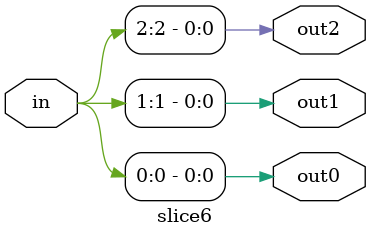
<source format=v>
module slice6(input [3-1:0] in, output out0, output out1, output out2);
  assign out0 = in[0];
  assign out1 = in[1];
  assign out2 = in[2];
endmodule

</source>
